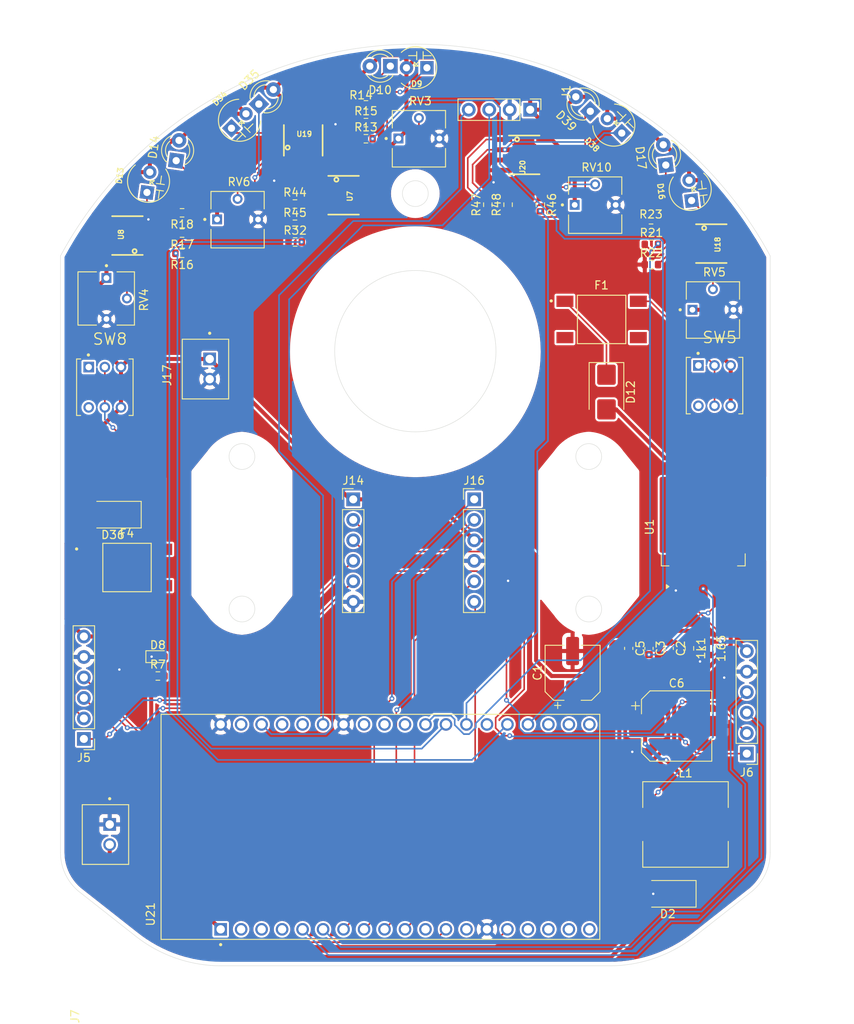
<source format=kicad_pcb>
(kicad_pcb (version 20240108) (generator "pcbnew") (generator_version "8.0")
  (layers (0 "F.Cu" signal) (31 "B.Cu" signal) (34 "B.Paste" user) (35 "F.Paste" user) (36 "B.SilkS" user "B.Silkscreen") (37 "F.SilkS" user "F.Silkscreen") (38 "B.Mask" user) (39 "F.Mask" user) (44 "Edge.Cuts" user))
  (net 0 "")
  (net 1 "GND")
  (net 2 "/FB")
  (net 3 "/3.3V")
  (net 4 "Net-(U1-VC)")
  (net 5 "/3.7V")
  (net 6 "Net-(D8-A)")
  (net 7 "Net-(D10-K)")
  (net 8 "/IO15")
  (net 9 "Net-(D12-K)")
  (net 10 "Net-(D14-K)")
  (net 11 "/IO16")
  (net 12 "Net-(D17-K)")
  (net 13 "/IO17")
  (net 14 "Net-(D35-K)")
  (net 15 "Net-(D36-K)")
  (net 16 "/IO18")
  (net 17 "Net-(D39-K)")
  (net 18 "/IO19")
  (net 19 "Net-(F1-Pad2)")
  (net 20 "Net-(F4-Pad2)")
  (net 21 "/IO4")
  (net 22 "/IO2")
  (net 23 "/IO13")
  (net 24 "/IO14")
  (net 25 "/M_A-")
  (net 26 "/M_B-")
  (net 27 "/M_B+")
  (net 28 "/M_A+")
  (net 29 "/IN1")
  (net 30 "/IN3")
  (net 31 "/IN4")
  (net 32 "/IN2")
  (net 33 "/VN")
  (net 34 "/5V_P")
  (net 35 "/SD3")
  (net 36 "/IO35")
  (net 37 "/SD2")
  (net 38 "/IO34")
  (net 39 "/VP")
  (net 40 "/11")
  (net 41 "/IO27")
  (net 42 "/IO12")
  (net 43 "/IO21")
  (net 44 "/EN")
  (net 45 "/IO22")
  (net 46 "Net-(R13-Pad1)")
  (net 47 "Net-(D9-K)")
  (net 48 "Net-(R16-Pad1)")
  (net 49 "Net-(D13-K)")
  (net 50 "Net-(R21-Pad1)")
  (net 51 "Net-(D16-K)")
  (net 52 "Net-(R32-Pad1)")
  (net 53 "Net-(D34-K)")
  (net 54 "Net-(R46-Pad1)")
  (net 55 "Net-(D38-K)")
  (net 56 "Net-(RV3-Pad2)")
  (net 57 "Net-(RV4-Pad2)")
  (net 58 "Net-(RV5-Pad2)")
  (net 59 "Net-(RV6-Pad2)")
  (net 60 "Net-(RV10-Pad2)")
  (net 61 "/TXD0")
  (net 62 "/SD0")
  (net 67 "Net-(D2-K)")
  (net 68 "/IO23")
  (net 69 "/CLK")
  (net 70 "/IO5")
  (net 71 "/RXD0")
  (net 72 "/IO0")
  (net 73 "/SD1")
  (footprint "LED_THT:LED_D3.0mm_IRBlack" (layer "F.Cu") (at 121.098439 43.301561 45)
    (property "Reference" "D35")
    (property "Value" "IR204A")
  )
  (footprint "abc:TRIM_3362P-1-253LF123" (layer "F.Cu") (at 140.9445 47.57)
    (property "Reference" "RV3")
    (property "Value" "R_Potentiometer")
  )
  (footprint "Resistor_SMD:R_0603_1608Metric" (layer "F.Cu") (at 149.49 55.775 90)
    (property "Reference" "R47")
    (property "Value" "10kΩ")
  )
  (footprint "abc:TRIM_3362P-1-253LF123" (layer "F.Cu") (at 162.8 55.8)
    (property "Reference" "RV10")
    (property "Value" "R_Potentiometer")
  )
  (footprint "Diode_SMD:D_SMB" (layer "F.Cu") (at 164.2 79 -90)
    (property "Reference" "D12")
    (property "Value" "SS34")
  )
  (footprint "Resistor_SMD:R_0603_1608Metric" (layer "F.Cu") (at 134.375 43.4)
    (property "Reference" "R14")
    (property "Value" "10kΩ")
  )
  (footprint "Resistor_SMD:R_0603_1608Metric" (layer "F.Cu") (at 125.6 60.4)
    (property "Reference" "R32")
    (property "Value" "200Ω")
  )
  (footprint "abc:TRIM_3362P-1-253LF123" (layer "F.Cu") (at 177.4 68.8)
    (property "Reference" "RV5")
    (property "Value" "R_Potentiometer")
  )
  (footprint "Package_TO_SOT_SMD:TO-263-5_TabPin3" (layer "F.Cu") (at 176.2 95.725 90)
    (property "Reference" "U1")
    (property "Value" "XL4015")
  )
  (footprint "Connector_PinHeader_2.54mm:PinHeader_1x06_P2.54mm_Vertical" (layer "F.Cu") (at 147.8 92.3)
    (property "Reference" "J16")
    (property "Value" "Conn_01x06_Pin")
  )
  (footprint "Resistor_SMD:R_0603_1608Metric" (layer "F.Cu") (at 111.575 61.8 180)
    (property "Reference" "R16")
    (property "Value" "200Ω")
  )
  (footprint "Resistor_SMD:R_0603_1608Metric" (layer "F.Cu") (at 169.775 63.2)
    (property "Reference" "R22")
    (property "Value" "10kΩ")
  )
  (footprint "Connector_PinHeader_2.54mm:PinHeader_1x06_P2.54mm_Vertical" (layer "F.Cu") (at 132.8 92.3)
    (property "Reference" "J14")
    (property "Value" "Conn_01x06_Pin")
  )
  (footprint "Resistor_SMD:R_0603_1608Metric" (layer "F.Cu") (at 111.575 59.29 180)
    (property "Reference" "R17")
    (property "Value" "10kΩ")
  )
  (footprint "1-1571563-4:LED2-2.54-D5.0MM" (layer "F.Cu") (at 165.2 46 135)
    (property "Reference" "D38")
    (property "Value" "D_Photo")
  )
  (footprint "Diode_SMD:D_SMA" (layer "F.Cu") (at 171.8 141.2 180)
    (property "Reference" "D2")
    (property "Value" "SS34")
  )
  (footprint "Resistor_SMD:R_0603_1608Metric" (layer "F.Cu") (at 134.375 45.6)
    (property "Reference" "R15")
    (property "Value" "100Ω")
  )
  (footprint "Resistor_SMD:R_0603_1608Metric" (layer "F.Cu") (at 134.375 47.6)
    (property "Reference" "R13")
    (property "Value" "200Ω")
  )
  (footprint "Resistor_SMD:R_0603_1608Metric" (layer "F.Cu") (at 125.575 58.2)
    (property "Reference" "R45")
    (property "Value" "100Ω")
  )
  (footprint "Resistor_SMD:R_0603_1608Metric" (layer "F.Cu") (at 125.575 55.69)
    (property "Reference" "R44")
    (property "Value" "10kΩ")
  )
  (footprint "Resistor_SMD:R_0603_1608Metric" (layer "F.Cu") (at 152 55.775 90)
    (property "Reference" "R48")
    (property "Value" "100Ω")
  )
  (footprint "LM358:SOIC8_150MIL" (layer "F.Cu") (at 154 49.6 -90)
    (property "Reference" "U20")
    (property "Value" "LM358")
  )
  (footprint "Diode_SMD:D_SMA" (layer "F.Cu") (at 103 94.2 180)
    (property "Reference" "D36")
    (property "Value" "SS14")
  )
  (footprint "LM358:SOIC8_150MIL" (layer "F.Cu") (at 177.2 60.6 -90)
    (property "Reference" "U18")
    (property "Value" "LM358")
  )
  (footprint "LM358:SOIC8_150MIL" (layer "F.Cu") (at 104.8 59.6 90)
    (property "Reference" "U8")
    (property "Value" "LM358")
  )
  (footprint "1-1571563-4:LED2-2.54-D5.0MM" (layer "F.Cu") (at 118.6 45.4 45)
    (property "Reference" "D34")
    (property "Value" "D_Photo")
  )
  (footprint "LED_THT:LED_D3.0mm_IRBlack" (layer "F.Cu") (at 171.555384 50.865497 97)
    (property "Reference" "D17")
    (property "Value" "IR204A")
  )
  (footprint "Resistor_SMD:R_0603_1608Metric" (layer "F.Cu") (at 108.575 114.2)
    (property "Reference" "R7")
    (property "Value" "5.1kΩ")
  )
  (footprint "LM358:SOIC8_150MIL" (layer "F.Cu") (at 126.6 47.8)
    (property "Reference" "U19")
    (property "Value" "LM358")
  )
  (footprint "abc:TRIM_3362P-1-253LF123" (layer "F.Cu") (at 102.2 67.4 -90)
    (property "Reference" "RV4")
    (property "Value" "R_Potentiometer")
  )
  (footprint "abc:TRIM_3362P-1-253LF123" (layer "F.Cu") (at 118.46 57.6)
    (property "Reference" "RV6")
    (property "Value" "R_Potentiometer")
  )
  (footprint "Capacitor_SMD:CP_Elec_8x10.5" (layer "F.Cu") (at 172.9 120.4)
    (property "Reference" "C6")
    (property "Value" "330uF")
  )
  (footprint "Inductor_SMD:L_10.4x10.4_H4.8" (layer "F.Cu") (at 174 132.6)
    (property "Reference" "L1")
    (property "Value" "47uH")
  )
  (footprint "LED_THT:LED_D3.0mm_IRBlack" (layer "F.Cu") (at 162.196051 44.196051 135)
    (property "Reference" "D39")
    (property "Value" "IR204A")
  )
  (footprint "1-1571563-4:SW_TL2230OAF140" (layer "F.Cu") (at 102 78.4)
    (property "Reference" "SW8")
    (property "Value" "SW_Push_DPDT")
  )
  (footprint "1-1571563-4:MODULE_ESP32-DEVKITC-32D" (layer "F.Cu") (at 136.12 132.9 90)
    (property "Reference" "U21")
    (property "Value" "ESP32-DEVKITC-32D")
  )
  (footprint "Connector_PinHeader_2.54mm:PinHeader_1x06_P2.54mm_Vertical" (layer "F.Cu") (at 99.4 122 180)
    (property "Reference" "J5")
    (property "Value" "Conn_01x06_Male")
  )
  (footprint "Capacitor_SMD:C_0603_1608Metric" (layer "F.Cu") (at 169.47 110.775 -90)
    (property "Reference" "C3")
    (property "Value" "1uF")
  )
  (footprint "LED_THT:LED_D3.0mm_IRBlack" (layer "F.Cu") (at 137.4 38.6 180)
    (property "Reference" "D10")
    (property "Value" "IR204A")
  )
  (footprint "1-1571563-4:LED2-2.54-D5.0MM" (layer "F.Cu") (at 107.4 53 82)
    (property "Reference" "D13")
    (property "Value" "D_Photo")
  )
  (footprint "1-1571563-4:SW_1-1571563-4" (layer "F.Cu") (at 163.6 70)
    (property "Reference" "F1")
    (property "Value" "Fuse")
  )
  (footprint "1-1571563-4:JST_B2B-XH-A_LF__SN_" (layer "F.Cu") (at 102.074999 133.85 90)
    (property "Reference" "J7")
    (property "Value" "B2B-XH-A_LF__SN_")
  )
  (footprint "LM358:SOIC8_150MIL" (layer "F.Cu") (at 131.6 54.6 -90)
    (property "Reference" "U7")
    (property "Value" "LM358")
  )
  (footprint "Resistor_SMD:R_0603_1608Metric" (layer "F.Cu") (at 177 110.775 -90)
    (property "Reference" "1.65")
    (property "Value" "R")
  )
  (footprint "Capacitor_SMD:CP_Elec_6.3x7.7" (layer "F.Cu") (at 160 113.8 90)
    (property "Reference" "C1")
    (property "Value" "220uF")
  )
  (footprint "1-1571563-4:LED2-2.54-D5.0MM" (layer "F.Cu") (at 174.6 54 97)
    (property "Reference" "D16")
    (property "Value" "D_Photo")
  )
  (footprint "Resistor_SMD:R_0603_1608Metric" (layer "F.Cu") (at 111.575 56.78 180)
    (property "Reference" "R18")
    (property "Value" "100Ω")
  )
  (footprint "LED_SMD:LED_0603_1608Metric" (layer "F.Cu") (at 108.575 111.8)
    (property "Reference" "D8")
    (property "Value" "LED")
  )
  (footprint "1-1571563-4:SW_1-1571563-4" (layer "F.Cu") (at 104.75 100.75)
    (property "Reference" "F4")
    (property "Value" "Fuse")
  )
  (footprint "Connector_PinHeader_2.54mm:PinHeader_1x04_P2.54mm_Vertical" (layer "F.Cu") (at 154.74 44 -90)
    (property "Reference" "J1")
    (property "Value" "Conn_01x04_Pin")
  )
  (footprint "Resistor_SMD:R_0603_1608Metric" (layer "F.Cu") (at 169.725 58.69)
    (property "Reference" "R23")
    (property "Value" "100Ω")
  )
  (footprint "Connector_PinHeader_2.54mm:PinHeader_1x06_P2.54mm_Vertical" (layer "F.Cu") (at 181.6 123.82 180)
    (property "Reference" "J6")
    (property "Value" "Conn_01x06_Male")
  )
  (footprint "LED_THT:LED_D3.0mm_IRBlack" (layer "F.Cu") (at 110.8465 50.315282 82)
    (property "Reference" "D14")
    (property "Value" "IR204A")
  )
  (footprint "Resistor_SMD:R_0603_1608Metric" (layer "F.Cu") (at 174.49 110.775 -90)
    (property "Reference" "1k1")
    (property "Value" "R")
  )
  (footprint "Capacitor_SMD:C_0603_1608Metric" (layer "F.Cu") (at 171.98 110.775 -90)
    (property "Reference" "C2")
    (property "Value" "1uF")
  )
  (footprint "1-1571563-4:LED2-2.54-D5.0MM" (layer "F.Cu") (at 140.6698 38.8 180)
    (property "Reference" "D9")
    (property "Value" "D_Photo")
  )
  (footprint "Resistor_SMD:R_0603_1608Metric" (layer "F.Cu") (at 169.775 60.69)
    (property "Reference" "R21")
    (property "Value" "200Ω")
  )
  (footprint "Capacitor_SMD:C_0603_1608Metric" (layer "F.Cu") (at 166.96 110.775 -90)
    (property "Reference" "C5")
    (property "Value" "1uF")
  )
  (footprint "Resistor_SMD:R_0603_1608Metric" (layer "F.Cu") (at 156 55.775 -90)
    (property "Reference" "R46")
    (property "Value" "200Ω")
  )
  (footprint "1-1571563-4:SW_TL2230OAF140" (layer "F.Cu") (at 177.6 78.2)
    (property "Reference" "SW5")
    (property "Value" "SW_Push_DPDT")
  )
  (footprint "1-1571563-4:JST_B2B-XH-A_LF__SN_" (layer "F.Cu") (at 114.475 76.15 90)
    (property "Reference" "J17")
    (property "Value" "B2B-XH-A_LF__SN_")
  )
  (gr_line (start 96.5 136.0825) (end 96.5 62.1245) (stroke (width 0.05)) (layer "Edge.Cuts"))
  (gr_circle (center 119 86.99405) (end 120.6 86.99405) (stroke (width 0.05)) (fill none) (layer "Edge.Cuts"))
  (gr_circle (center 119 105.89405) (end 120.6 105.89405) (stroke (width 0.05)) (fill none) (layer "Edge.Cuts"))
  (gr_arc (start 175.349557 146.313438) (mid 170.27604 149.144518) (end 164.5495 150.1255) (stroke (width 0.05)) (layer "Edge.Cuts"))
  (gr_arc (start 98.703059 140.849052) (mid 97.077402 138.708023) (end 96.5 136.0825) (stroke (width 0.05)) (layer "Edge.Cuts"))
  (gr_arc (start 116.4505 150.1255) (mid 110.72396 149.144518) (end 105.650443 146.313438) (stroke (width 0.05)) (layer "Edge.Cuts"))
  (gr_arc (start 96.500001 62.1245) (mid 114.882159 42.93514) (end 140.5 35.873876) (stroke (width 0.05)) (layer "Edge.Cuts"))
  (gr_arc (start 184.5 136.0825) (mid 183.922598 138.708023) (end 182.296941 140.849052) (stroke (width 0.05)) (layer "Edge.Cuts"))
  (gr_line (start 116.4505 150.1255) (end 164.5495 150.1255) (stroke (width 0.05)) (layer "Edge.Cuts"))
  (gr_circle (center 140.5 54.3995) (end 142.1 54.3995) (stroke (width 0.05)) (fill none) (layer "Edge.Cuts"))
  (gr_circle (center 140.5 73.9315) (end 150.5 73.9315) (stroke (width 0.05)) (fill none) (layer "Edge.Cuts"))
  (gr_line (start 184.5 136.0825) (end 184.5 62.1245) (stroke (width 0.05)) (layer "Edge.Cuts"))
  (gr_arc (start 140.5 35.873876) (mid 166.117841 42.93514) (end 184.499999 62.1245) (stroke (width 0.05)) (layer "Edge.Cuts"))
  (gr_circle (center 162 86.99405) (end 163.6 86.99405) (stroke (width 0.05)) (fill none) (layer "Edge.Cuts"))
  (gr_line (start 105.650443 146.313438) (end 98.703059 140.849052) (stroke (width 0.05)) (layer "Edge.Cuts"))
  (gr_circle (center 162 105.89405) (end 163.6 105.89405) (stroke (width 0.05)) (fill none) (layer "Edge.Cuts"))
  (gr_line (start 175.349557 146.313438) (end 182.296941 140.849052) (stroke (width 0.05)) (layer "Edge.Cuts"))
  (via (at 130.6 45.8) (size 0.6) (drill 0.3) (layers "F.Cu" "B.Cu") (net 1))
  (via (at 178.8 114.4) (size 0.6) (drill 0.3) (layers "F.Cu" "B.Cu") (net 1))
  (via (at 172.8 103.6) (size 0.6) (drill 0.3) (layers "F.Cu" "B.Cu") (net 1))
  (via (at 175.8 112.4) (size 0.6) (drill 0.3) (layers "F.Cu" "B.Cu") (net 1))
  (via (at 103.8 113.4) (size 0.6) (drill 0.3) (layers "F.Cu" "B.Cu") (net 1))
  (via (at 170 141.2) (size 0.6) (drill 0.3) (layers "F.Cu" "B.Cu") (net 1))
  (via (at 167.4 123.6) (size 0.6) (drill 0.3) (layers "F.Cu" "B.Cu") (net 1))
  (via (at 107.8 111.8) (size 0.6) (drill 0.3) (layers "F.Cu" "B.Cu") (net 1))
  (via (at 150.2 53) (size 0.6) (drill 0.3) (layers "F.Cu" "B.Cu") (net 1))
  (via (at 135.8 41.6) (size 0.6) (drill 0.3) (layers "F.Cu" "B.Cu") (net 1))
  (via (at 123 52.8) (size 0.6) (drill 0.3) (layers "F.Cu" "B.Cu") (net 1))
  (via (at 107.4 57.6) (size 0.6) (drill 0.3) (layers "F.Cu" "B.Cu") (net 1))
  (via (at 152 102.4) (size 0.6) (drill 0.3) (layers "F.Cu" "B.Cu") (net 1))
  (segment (start 178.95 110.198529) (end 178.95 109.55) (width 0.2) (layer "F.Cu") (net 2))
  (segment (start 177 111.6) (end 177.548529 111.6) (width 0.2) (layer "F.Cu") (net 2))
  (segment (start 174.5 105.1) (end 174.5 103.375) (width 0.2) (layer "F.Cu") (net 2))
  (segment (start 177.548529 111.6) (end 178.95 110.198529) (width 0.2) (layer "F.Cu") (net 2))
  (segment (start 175.35 109.95) (end 177 111.6) (width 0.2) (layer "F.Cu") (net 2))
  (segment (start 178.95 109.55) (end 174.5 105.1) (width 0.2) (layer "F.Cu") (net 2))
  (segment (start 174.49 109.95) (end 175.35 109.95) (width 0.2) (layer "F.Cu") (net 2))
  (segment (start 182 59.865) (end 180.83 58.695) (width 0.5) (layer "F.Cu") (net 3))
  (segment (start 124.695 43.30602) (end 122.89449 41.50551) (width 0.5) (layer "F.Cu") (net 3))
  (segment (start 115.4 44.502116) (end 119.497884 44.502116) (width 0.5) (layer "F.Cu") (net 3))
  (segment (start 122.89449 41.50551) (end 125 39.4) (width 0.5) (layer "F.Cu") (net 3))
  (segment (start 134.86 38.6) (end 134.86 38.58993) (width 0.5) (layer "F.Cu") (net 3))
  (segment (start 156.6 47.695) (end 157.4 47.695) (width 0.5) (layer "F.Cu") (net 3))
  (segment (start 164.8 116) (end 164.8 114.6) (width 0.5) (layer "F.Cu") (net 3))
  (segment (start 139.4 46.5745) (end 139.4 38.8) (width 0.5) (layer "F.Cu") (net 3))
  (segment (start 164.8 113.8) (end 164.8 113.4) (width 0.5) (layer "F.Cu") (net 3))
  (segment (start 157.4 47.695) (end 160.26 50.555) (width 0.5) (layer "F.Cu") (net 3))
  (segment (start 101 83.9) (end 104 80.9) (width 0.5) (layer "F.Cu") (net 3))
  (segment (start 174.445251 52.739665) (end 174.445251 51.332384) (width 0.5) (layer "F.Cu") (net 3))
  (segment (start 164.4 114.2) (end 164.8 113.8) (width 0.5) (layer "F.Cu") (net 3))
  (segment (start 115.92 45.022116) (end 115.4 44.502116) (width 0.5) (layer "F.Cu") (net 3))
  (segment (start 138.4045 47.57) (end 139.4 46.5745) (width 0.5) (layer "F.Cu") (net 3))
  (segment (start 154.74 44) (end 158.8 44) (width 0.5) (layer "F.Cu") (net 3))
  (segment (start 107.75 136.99) (end 116.36 145.6) (width 0.5) (layer "F.Cu") (net 3))
  (segment (start 165.2 110) (end 166.96 110) (width 0.5) (layer "F.Cu") (net 3))
  (segment (start 100.6 66.46) (end 100.6 72.5) (width 0.5) (layer "F.Cu") (net 3))
  (segment (start 177.8 73.9) (end 179.6 75.7) (width 0.5) (layer "F.Cu") (net 3))
  (segment (start 179.6 75.7) (end 179.6 80.7) (width 0.5) (layer "F.Cu") (net 3))
  (segment (start 175.65 108.6) (end 167.8 108.6) (width 0.5) (layer "F.Cu") (net 3))
  (segment (start 132.4 92.3) (end 115 74.9) (width 0.5) (layer "F.Cu") (net 3))
  (segment (start 107.6 114.2) (end 102.7 109.3) (width 0.5) (layer "F.Cu") (net 3))
  (segment (start 163.2 42.4) (end 164.302116 43.502116) (width 0.5) (layer "F.Cu") (net 3))
  (segment (start 119.497884 44.502116) (end 119.375647 44.379879) (width 0.5) (layer "F.Cu") (net 3))
  (segment (start 104 80.9) (end 104 81) (width 0.5) (layer "F.Cu") (net 3))
  (segment (start 124.695 45.2) (end 124.695 43.30602) (width 0.5) (layer "F.Cu") (net 3))
  (segment (start 164.8 112.6) (end 164.8 110.4) (width 0.5) (layer "F.Cu") (net 3))
  (segment (start 178.35 109.95) (end 177 109.95) (width 0.5) (layer "F.Cu") (net 3))
  (segment (start 119.375647 44.379879) (end 119.375647 44.375647) (width 0.5) (layer "F.Cu") (net 3))
  (segment (start 154.74 42.421408) (end 154.74 44) (width 0.5) (layer "F.Cu") (net 3))
  (segment (start 118.4 42.498391) (end 119.630636 41.267755) (width 0.5) (layer "F.Cu") (net 3))
  (segment (start 156.6 47.695) (end 156.6 45.86) (width 0.5) (layer "F.Cu") (net 3))
  (segment (start 134.86 38.58993) (end 136.19993 37.25) (width 0.5) (layer "F.Cu") (net 3))
  (segment (start 100.65 56.945) (end 100.65 60.985) (width 0.5) (layer "F.Cu") (net 3))
  (segment (start 104 75.9) (end 104 80.9) (width 0.5) (layer "F.Cu") (net 3))
  (segment (start 140.6755 37.5245) (end 149.843092 37.5245) (width 0.5) (layer "F.Cu") (net 3))
  (segment (start 97.25 97.75) (end 97.25 107.15) (width 0.5) (layer "F.Cu") (net 3))
  (segment (start 119.375647 44.375647) (end 118.4 43.4) (width 0.5) (layer "F.Cu") (net 3))
  (segment (start 105.852442 51.742558) (end 100.65 56.945) (width 0.5) (layer "F.Cu") (net 3))
  (segment (start 177 109.95) (end 175.65 108.6) (width 0.5) (layer "F.Cu") (net 3))
  (segment (start 142.72 92.3) (end 147.8 97.38) (width 0.5) (layer "F.Cu") (net 3))
  (segment (start 164.8 114.2) (end 164.8 113.8) (width 0.5) (layer "F.Cu") (net 3))
  (segment (start 134.06 39.4) (end 134.86 38.6) (width 0.5) (layer "F.Cu") (net 3))
  (segment (start 177.8 68.8) (end 182 64.6) (width 0.5) (layer "F.Cu") (net 3))
  (segment (start 182 64.6) (end 182 59.865) (width 0.5) (layer "F.Cu") (net 3))
  (segment (start 164.302116 43.502116) (end 164.302116 45.102116) (width 0.5) (layer "F.Cu") (net 3))
  (segment (start 174.445251 51.332384) (end 171.457295 48.344428) (width 0.5) (layer "F.Cu") (net 3))
  (segment (start 111.2 47.8) (end 114.497884 44.502116) (width 0.5) (layer "F.Cu") (net 3))
  (segment (start 164.8 114.6) (end 164.8 114.2) (width 0.5) (layer "F.Cu") (net 3))
  (segment (start 174.445251 52.739665) (end 175.612684 52.739665) (width 0.5) (layer "F.Cu") (net 3))
  (segment (start 171.457295 48.344428) (end 171.245835 48.344428) (width 0.5) (layer "F.Cu") (net 3))
  (segment (start 175.612684 52.739665) (end 179.8 56.926981) (width 0.5) (layer "F.Cu") (net 3))
  (segment (start 164.302116 45.102116) (end 168.003523 45.102116) (width 0.5) (layer "F.Cu") (net 3))
  (segment (start 102.2 64.86) (end 100.6 66.46) (width 0.5) (layer "F.Cu") (net 3))
  (segment (start 115 74.9) (end 105 74.9) (width 0.5) (layer "F.Cu") (net 3))
  (segment (start 160.26 50.555) (end 160.26 55.8) (width 0.5) (layer "F.Cu") (net 3))
  (segment (start 134.2 51.7745) (end 134.2 52.695) (width 0.5) (layer "F.Cu") (net 3))
  (segment (start 107.75 114.2) (end 107.75 136.99) (width 0.5) (layer "F.Cu") (net 3))
  (segment (start 174.86 68.8) (end 177.8 68.8) (width 0.5) (layer "F.Cu") (net 3))
  (segment (start 164.8 113.4) (end 164.8 112.6) (width 0.5) (layer "F.Cu") (net 3))
  (segment (start 107.576722 51.742558) (end 107.576722 50.575125) (width 0.5) (layer "F.Cu") (net 3))
  (segment (start 167.8 108.6) (end 166.96 109.44) (width 0.5) (layer "F.Cu") (net 3))
  (segment (start 114.497884 44.502116) (end 115.4 44.502116) (width 0.5) (layer "F.Cu") (net 3))
  (segment (start 178.15 131.15) (end 171.6 124.6) (width 0.5) (layer "F.Cu") (net 3))
  (segment (start 107.576722 50.575125) (end 110.351847 47.8) (width 0.5) (layer "F.Cu") (net 3))
  (segment (start 102.2 61.505) (end 102.2 64.86) (width 0.5) (layer "F.Cu") (net 3))
  (segment (start 132.8 92.3) (end 142.72 92.3) (width 0.5) (layer "F.Cu") (net 3))
  (segment (start 122.656735 41.267755) (end 122.89449 41.50551) (width 0.5) (layer "F.Cu") (net 3))
  (segment (start 138.4045 47.57) (end 134.2 51.7745) (width 0.5) (layer "F.Cu") (net 3))
  (segment (start 101 94.2) (end 101 83.9) (width 0.5) (layer "F.Cu") (net 3))
  (segment (start 178.15 132.6) (end 178.15 131.15) (width 0.5) (layer "F.Cu") (net 3))
  (segment (start 164.4 114.2) (end 164.8 114.2) (width 0.5) (layer "F.Cu") (net 3))
  (segment (start 101 94.2) (end 100.8 94.2) (width 0.5) (layer "F.Cu") (net 3))
  (segment (start 102.7 109.3) (end 99.4 109.3) (width 0.5) (layer "F.Cu") (net 3))
  (segment (start 105 74.9) (end 104 75.9) (width 0.5) (layer "F.Cu") (net 3))
  (segment (start 155.475 99.275) (end 155.475 112.275) (width 0.5) (layer "F.Cu") (net 3))
  (segment (start 100.6 72.5) (end 104 75.9) (width 0.5) (layer "F.Cu") (net 3))
  (segment (start 138.85 37.25) (end 139.4 37.8) (width 0.5) (layer "F.Cu") (net 3))
  (segment (start 147.8 97.38) (end 153.58 97.38) (width 0.5) (layer "F.Cu") (net 3))
  (segment (start 160.4 42.4) (end 163.2 42.4) (width 0.5) (layer "F.Cu") (net 3))
  (segment (start 139.4 38.8) (end 140.6755 37.5245) (width 0.5) (layer "F.Cu") (net 3))
  (segment (start 164.8 110.4) (end 165.2 110) (width 0.5) (layer "F.Cu") (net 3))
  (segment (start 118.4 43.4) (end 118.4 42.498391) (width 0.5) (layer "F.Cu") (net 3))
  (segment (start 101.17 61.505) (end 102.2 61.505) (width 0.5) (layer "F.Cu") (net 3))
  (segment (start 158.8 44) (end 160.4 42.4) (width 0.5) (layer "F.Cu") (net 3))
  (segment (start 180.83 58.695) (end 179.8 58.695) (width 0.5) (layer "F.Cu") (net 3))
  (segment (start 110.351847 47.8) (end 111.2 47.8) (width 0.5) (layer "F.Cu") (net 3))
  (segment (start 119.630636 41.267755) (end 122.656735 41.267755) (width 0.5) (layer "F.Cu") (net 3))
  (segment (start 169 120.6) (end 169.2 120.4) (width 0.5) (layer "F.Cu") (net 3))
  (segment (start 153.58 97.38) (end 155.475 99.275) (width 0.5) (layer "F.Cu") (net 3))
  (segment (start 164.4 114.2) (end 164.8 114.6) (width 0.5) (layer "F.Cu") (net 3))
  (segment (start 107.576722 51.742558) (end 105.852442 51.742558) (width 0.5) (layer "F.Cu") (net 3))
  (segment (start 115.92 57.6) (end 115.92 45.022116) (width 0.5) (layer "F.Cu") (net 3))
  (segment (start 157.4 114.2) (end 164.4 114.2) (width 0.5) (layer "F.Cu") (net 3))
  (segment (start 125 39.4) (end 134.06 39.4) (width 0.5) (layer "F.Cu") (net 3))
  (segment (start 168.003523 45.102116) (end 171.245835 48.344428) (width 0.5) (layer "F.Cu") (net 3))
  (segment (start 169.2 120.4) (end 164.8 116) (width 0.5) (layer "F.Cu") (net 3))
  (segment (start 179.8 56.926981) (end 179.8 58.695) (width 0.5) (layer "F.Cu") (net 3))
  (segment (start 100.8 94.2) (end 97.25 97.75) (width 0.5) (layer "F.Cu") (net 3))
  (segment (start 155.475 112.275) (end 157.4 114.2) (width 0.5) (layer "F.Cu") (net 3))
  (segment (start 166.96 109.44) (end 166.96 110) (width 0.5) (layer "F.Cu") (net 3))
  (segment (start 107.75 114.2) (end 107.6 114.2) (width 0.5) (layer "F.Cu") (net 3))
  (segment (start 97.25 107.15) (end 99.4 109.3) (width 0.5) (layer "F.Cu") (net 3))
  (segment (start 149.843092 37.5245) (end 154.74 42.421408) (width 0.5) (layer "F.Cu") (net 3))
  (segment (start 177.8 68.8) (end 177.8 73.9) (width 0.5) (layer "F.Cu") (net 3))
  (segment (start 156.6 45.86) (end 154.74 44) (width 0.5) (layer "F.Cu") (net 3))
  (segment (start 132.8 92.3) (end 132.4 92.3) (width 0.5) (layer "F.Cu") (net 3))
  (segment (start 169 122.6) (end 169 120.6) (width 0.5) (layer "F.Cu") (net 3))
  (segment (start 136.19993 37.25) (end 138.85 37.25) (width 0.5) (layer "F.Cu") (net 3))
  (segment (start 100.65 60.985) (end 101.17 61.505) (width 0.5) (layer "F.Cu") (net 3))
  (segment (start 139.4 37.8) (end 139.4 38.8) (width 0.5) (layer "F.Cu") (net 3))
  (via (at 169 122.6) (size 0.6) (drill 0.3) (layers "F.Cu" "B.Cu") (net 3))
  (via (at 178.35 109.95) (size 0.6) (drill 0.3) (layers "F.Cu" "B.Cu") (net 3))
  (via (at 171.6 124.6) (size 0.6) (drill 0.3) (layers "F.Cu" "B.Cu") (net 3))
  (segment (start 171 124.6) (end 169 122.6) (width 0.5) (layer "B.Cu") (net 3))
  (segment (start 178.35 109.95) (end 180.43 109.95) (width 0.5) (layer "B.Cu") (net 3))
  (segment (start 180.43 109.95) (end 181.6 111.12) (width 0.5) (layer "B.Cu") (net 3))
  (segment (start 171.6 124.6) (end 171 124.6) (width 0.5) (layer "B.Cu") (net 3))
  (segment (start 177.9 105.3) (end 176.8 106.4) (width 0.2) (layer "F.Cu") (net 4))
  (segment (start 177.9 103.375) (end 177.9 105.3) (width 0.2) (layer "F.Cu") (net 4))
  (via (at 176.8 106.4) (size 0.6) (drill 0.3) (layers "F.Cu" "B.Cu") (net 4))
  (via (at 169.47 111.55) (size 0.6) (drill 0.3) (layers "F.Cu" "B.Cu") (net 4))
  (segment (start 176.8 106.4) (end 176 106.4) (width 0.2) (layer "B.Cu") (net 4))
  (segment (start 170.85 111.55) (end 169.47 111.55) (width 0.2) (layer "B.Cu") (net 4))
  (segment (start 176 106.4) (end 170.85 111.55) (width 0.2) (layer "B.Cu") (net 4))
  (segment (start 165.8 124.45) (end 165.8 120.6) (width 0.5) (layer "F.Cu") (net 5))
  (segment (start 180.8 87.2) (end 183.4 89.8) (width 0.5) (layer "F.Cu") (net 5))
  (segment (start 183.4 89.8) (end 183.4 99.575) (width 0.5) (layer "F.Cu") (net 5))
  (segment (start 172.6 115.8) (end 172.2 115.4) (width 0.5) (layer "F.Cu") (net 5))
  (segment (start 171 123.6) (end 171.8 123.6) (width 0.5) (layer "F.Cu") (net 5))
  (segment (start 167.2 125.85) (end 165.8 124.45) (width 0.5) (layer "F.Cu") (net 5))
  (segment (start 112.976865 149) (end 164.8 149) (width 0.5) (layer "F.Cu") (net 5))
  (segment (start 173.4 112.6) (end 173.4 110.6) (width 0.5) (layer "F.Cu") (net 5))
  (segment (start 167.2 127.4) (end 171 123.6) (width 0.5) (layer "F.Cu") (net 5))
  (segment (start 172.8 110) (end 171.98 110) (width 0.5) (layer "F.Cu") (net 5))
  (segment (start 167.2 127.4) (end 167.2 125.85) (width 0.5) (layer "F.Cu") (net 5))
  (segment (start 165.4 81.15) (end 171.45 87.2) (width 0.5) (layer "F.Cu") (net 5))
  (segment (start 171.45 87.2) (end 180.8 87.2) (width 0.5) (layer "F.Cu") (net 5))
  (segment (start 173.4 110.6) (end 172.8 110) (width 0.5) (layer "F.Cu") (net 5))
  (segment (start 171.98 110) (end 169.47 110) (width 0.5) (layer "F.Cu") (net 5))
  (segment (start 168.4 111.07) (end 169.47 110) (width 0.5) (layer "F.Cu") (net 5))
  (segment (start 169 115.4) (end 168.4 114.8) (width 0.5) (layer "F.Cu") (net 5))
  (segment (start 165.8 120.6) (end 161.7 116.5) (width 0.5) (layer "F.Cu") (net 5))
  (segment (start 179.6 110.39978) (end 176.59978 113.4) (width 0.5) (layer "F.Cu") (net 5))
  (segment (start 168.4 114.8) (end 168.4 111.07) (width 0.5) (layer "F.Cu") (net 5))
  (segment (start 102.6 135.1) (end 102.6 138.623135) (width 0.5) (layer "F.Cu") (net 5))
  (segment (start 172.2 115.4) (end 169 115.4) (width 0.5) (layer "F.Cu") (net 5))
  (segment (start 161.7 116.5) (end 160 116.5) (width 0.5) (layer "F.Cu") (net 5))
  (segment (start 176.59978 113.4) (end 174.2 113.4) (width 0.5) (layer "F.Cu") (net 5))
  (segment (start 164.2 81.15) (end 165.4 81.15) (width 0.5) (layer "F.Cu") (net 5))
  (segment (start 167.2 146.6) (end 167.2 127.4) (width 0.5) (layer "F.Cu") (net 5))
  (segment (start 172.6 122.8) (end 172.6 115.8) (width 0.5) (layer "F.Cu") (net 5))
  (segment (start 164.8 149) (end 167.2 146.6) (width 0.5) (layer "F.Cu") (net 5))
  (segment (start 183.4 99.575) (end 179.6 103.375) (width 0.5) (layer "F.Cu") (net 5))
  (segment (start 171.8 123.6) (end 172.6 122.8) (width 0.5) (layer "F.Cu") (net 5))
  (segment (start 102.6 138.623135) (end 112.976865 149) (width 0.5) (layer "F.Cu") (net 5))
  (segment (start 174.2 113.4) (end 173.4 112.6) (width 0.5) (layer "F.Cu") (net 5))
  (segment (start 179.6 103.375) (end 179.6 110.39978) (width 0.5) (layer "F.Cu") (net 5))
  (segment (start 109.3625 114.1625) (end 109.4 114.2) (width 0.2) (layer "F.Cu") (net 6))
  (segment (start 109.3625 111.8) (end 109.3625 114.1625) (width 0.2) (layer "F.Cu") (net 6))
  (segment (start 131.6 44.4) (end 131.6 41.8) (width 0.2) (layer "F.Cu") (net 7))
  (segment (start 133.55 45.6) (end 132.8 45.6) (width 0.2) (layer "F.Cu") (net 7))
  (segment (start 131.6 41.8) (end 132 41.4) (width 0.2) (layer "F.Cu") (net 7))
  (segment (start 132.8 45.6) (end 131.6 44.4) (width 0.2) (layer "F.Cu") (net 7))
  (segment (start 134.6 41.4) (end 137.4 38.6) (width 0.2) (layer "F.Cu") (net 7))
  (segment (start 132 41.4) (end 134.6 41.4) (width 0.2) (layer "F.Cu") (net 7))
  (via (at 135.2 47.6) (size 0.6) (drill 0.3) (layers "F.Cu" "B.Cu") (net 8))
  (segment (start 171.2 103.46) (end 154.46 120.2) (width 0.2) (layer "B.Cu") (net 8))
  (segment (start 151 50.721471) (end 158 57.721471) (width 0.2) (layer "B.Cu") (net 8))
  (segment (start 158 57.721471) (end 158 59) (width 0.2) (layer "B.Cu") (net 8))
  (segment (start 158 59) (end 159 60) (width 0.2) (layer "B.Cu") (net 8))
  (segment (start 135.2 47.6) (end 139.95 42.85) (width 0.2) (layer "B.Cu") (net 8))
  (segment (start 139.95 42.85) (end 150.136346 42.85) (width 0.2) (layer "B.Cu") (net 8))
  (segment (start 151 43.713654) (end 151 50.721471) (width 0.2) (layer "B.Cu") (net 8))
  (segment (start 150.136346 42.85) (end 151 43.713654) (width 0.2) (layer "B.Cu") (net 8))
  (segment (start 171.2 60.351471) (end 171.2 103.46) (width 0.2) (layer "B.Cu") (net 8))
  (segment (start 170.848529 60) (end 171.2 60.351471) (width 0.2) (layer "B.Cu") (net 8))
  (segment (start 159 60) (end 170.848529 60) (width 0.2) (layer "B.Cu") (net 8))
  (segment (start 164.2 72.9) (end 164.2 76.85) (width 0.2) (layer "F.Cu") (net 9))
  (segment (start 159.05 67.75) (end 164.2 72.9) (width 0.2) (layer "F.Cu") (net 9))
  (segment (start 113.2 52.668782) (end 113.2 55.98) (width 0.2) (layer "F.Cu") (net 10))
  (segment (start 113.2 55.98) (end 112.4 56.78) (width 0.2) (layer "F.Cu") (net 10))
  (segment (start 110.8465 50.315282) (end 113.2 52.668782) (width 0.2) (layer "F.Cu") (net 10))
  (via (at 110.8 61.8) (size 0.6) (drill 0.3) (layers "F.Cu" "B.Cu") (net 11))
  (segment (start 141.3 123.2) (end 144.3 120.2) (width 0.2) (layer "B.Cu") (net 11))
  (segment (start 111 62) (end 111 119) (width 0.2) (layer "B.Cu") (net 11))
  (segment (start 111 119) (end 115.2 123.2) (width 0.2) (layer "B.Cu") (net 11))
  (segment (start 110.8 61.8) (end 111 62) (width 0.2) (layer "B.Cu") (net 11))
  (segment (start 115.2 123.2) (end 141.3 123.2) (width 0.2) (layer "B.Cu") (net 11))
  (segment (start 171.555384 50.865497) (end 171.555384 52.044616) (width 0.2) (layer "F.Cu") (net 12))
  (segment (start 168.9 54.7) (end 168.9 58.69) (width 0.2) (layer "F.Cu") (net 12))
  (segment (start 171.555384 52.044616) (end 168.9 54.7) (width 0.2) (layer "F.Cu") (net 12))
  (via (at 170.6 60.6) (size 0.6) (drill 0.3) (layers "F.Cu" "B.Cu") (net 13))
  (segment (start 148 120.567351) (end 147.167351 121.4) (width 0.2) (layer "B.Cu") (net 13))
  (segment (start 169.6 103.650668) (end 161 112.250668) (width 0.2) (layer "B.Cu") (net 13))
  (segment (start 155.801981 112.250668) (end 148 120.052649) (width 0.2) (layer "B.Cu") (net 13))
  (segment (start 147.167351 121.4) (end 146.512649 121.4) (width 0.2) (layer "B.Cu") (net 13))
  (segment (start 170.6 60.6) (end 169.6 61.6) (width 0.2) (layer "B.Cu") (net 13))
  (segment (start 144.92 119.12) (end 142.84 119.12) (width 0.2) (layer "B.Cu") (net 13))
  (segment (start 145.38 119.58) (end 144.92 119.12) (width 0.2) (layer "B.Cu") (net 13))
  (segment (start 161 112.250668) (end 155.801981 112.250668) (width 0.2) (layer "B.Cu") (net 13))
  (segment (start 146.512649 121.4) (end 145.38 120.267351) (width 0.2) (layer "B.Cu") (net 13))
  (segment (start 148 120.052649) (end 148 120.567351) (width 0.2) (layer "B.Cu") (net 13))
  (segment (start 169.6 61.6) (end 169.6 103.650668) (width 0.2) (layer "B.Cu") (net 13))
  (segment (start 145.38 120.267351) (end 145.38 119.58) (width 0.2) (layer "B.Cu") (net 13))
  (segment (start 142.84 119.12) (end 141.76 120.2) (width 0.2) (layer "B.Cu") (net 13))
  (segment (start 124.75 58.2) (end 120.6 54.05) (width 0.2) (layer "F.Cu") (net 14))
  (segment (start 120.6 54.05) (end 120.6 52.4) (width 0.2) (layer "F.Cu") (net 14))
  (via (at 120.6 52.4) (size 0.6) (drill 0.3) (layers "F.Cu" "B.Cu") (net 14))
  (segment (start 120.6 52.4) (end 121.098439 51.901561) (width 0.2) (layer "B.Cu") (net 14))
  (segment (start 121.098439 51.901561) (end 121.098439 43.301561) (width 0.2) (layer "B.Cu") (net 14))
  (segment (start 104.5 94.2) (end 100.2 98.5) (width 0.2) (layer "F.Cu") (net 15))
  (segment (start 105 94.2) (end 104.5 94.2) (width 0.2) (layer "F.Cu") (net 15))
  (segment (start 152.7 57.3) (end 152 56.6) (width 0.2) (layer "F.Cu") (net 17))
  (segment (start 161.559655 44.832447) (end 161.559655 56.240345) (width 0.2) (layer "F.Cu") (net 17))
  (segment (start 162.196051 44.196051) (end 161.559655 44.832447) (width 0.2) (layer "F.Cu") (net 17))
  (segment (start 160.5 57.3) (end 152.7 57.3) (width 0.2) (layer "F.Cu") (net 17))
  (segment (start 161.559655 56.240345) (end 160.5 57.3) (width 0.2) (layer "F.Cu") (net 17))
  (segment (start 177.6 75.7) (end 177.6 80.7) (width 0.2) (layer "F.Cu") (net 19))
  (segment (start 169.65 67.75) (end 177.6 75.7) (width 0.2) (layer "F.Cu") (net 19))
  (segment (start 168.15 67.75) (end 169.65 67.75) (width 0.2) (layer "F.Cu") (net 19))
  (segment (start 109.3 98.5) (end 109.3 89.7) (width 0.2) (layer "F.Cu") (net 20))
  (segment (start 109.3 89.7) (end 103 83.4) (width 0.2) (layer "F.Cu") (net 20))
  (segment (start 102 75.9) (end 102 80.9) (width 0.2) (layer "F.Cu") (net 20))
  (via (at 103 83.4) (size 0.6) (drill 0.3) (layers "F.Cu" "B.Cu") (net 20))
  (segment (start 102 82.4) (end 102 80.9) (width 0.2) (layer "B.Cu") (net 20))
  (segment (start 103 83.4) (end 102 82.4) (width 0.2) (layer "B.Cu") (net 20))
  (via (at 155.98 56.55) (size 0.6) (drill 0.3) (layers "F.Cu" "B.Cu") (net 21))
  (segment (start 155.625 86.375) (end 155.625 108.775) (width 0.2) (layer "B.Cu") (net 21))
  (segment (start 155.98 56.55) (end 156.156727 56.726727) (width 0.2) (layer "B.Cu") (net 21))
  (segment (start 155.98 56.55) (end 156.947161 57.517161) (width 0.2) (layer "B.Cu") (net 21))
  (segment (start 155.625 108.775) (end 146.84 117.56) (width 0.2) (layer "B.Cu") (net 21))
  (segment (start 156.947161 57.517161) (end 156.947161 85.052839) (width 0.2) (layer "B.Cu") (net 21))
  (segment (start 156.947161 85.052839) (end 155.625 86.375) (width 0.2) (layer "B.Cu") (net 21))
  (segment (start 146.84 117.56) (end 146.84 120.2) (width 0.2) (layer "B.Cu") (net 21))
  (via (at 126.4 60.4) (size 0.6) (drill 0.3) (layers "F.Cu" "B.Cu") (net 22))
  (segment (start 126.4 60.4) (end 111.351471 60.4) (width 0.2) (layer "B.Cu") (net 22))
  (segment (start 110 118.565686) (end 116.034314 124.6) (width 0.2) (layer "B.Cu") (net 22))
  (segment (start 110 61.751471) (end 110 118.565686) (width 0.2) (layer "B.Cu") (net 22))
  (segment (start 111.351471 60.4) (end 110 61.751471) (width 0.2) (layer "B.Cu") (net 22))
  (segment (start 147.52 124.6) (end 151.92 120.2) (width 0.2) (layer "B.Cu") (net 22))
  (segment (start 116.034314 124.6) (end 147.52 124.6) (width 0.2) (layer "B.Cu") (net 22))
  (segment (start 106.8 124.32) (end 106.8 138.765686) (width 0.2) (layer "F.Cu") (net 23))
  (segment (start 150.32 147.2) (end 151.92 145.6) (width 0.2) (layer "F.Cu") (net 23))
  (segment (start 115.234314 147.2) (end 150.32 147.2) (width 0.2) (layer "F.Cu") (net 23))
  (segment (start 99.4 116.92) (end 106.8 124.32) (width 0.2) (layer "F.Cu") (net 23))
  (segment (start 106.8 138.765686) (end 115.234314 147.2) (width 0.2) (layer "F.Cu") (net 23))
  (segment (start 107.2 138.6) (end 115.4 146.8) (width 0.2) (layer "F.Cu") (net 24))
  (segment (start 99.4 114.38) (end 107.2 122.18) (width 0.2) (layer "F.Cu") (net 24))
  (segment (start 115.4 146.8) (end 143.1 146.8) (width 0.2) (layer "F.Cu") (net 24))
  (segment (start 143.1 146.8) (end 144.3 145.6) (width 0.2) (layer "F.Cu") (net 24))
  (segment (start 107.2 122.18) (end 107.2 138.6) (width 0.2) (layer "F.Cu") (net 24))
  (segment (start 181.6 121.28) (end 177.72 117.4) (width 0.2) (layer "F.Cu") (net 25))
  (segment (start 177.72 117.4) (end 173.6 117.4) (width 0.2) (layer "F.Cu") (net 25))
  (segment (start 148.166346 101.2) (end 136.62 101.2) (width 0.2) (layer "F.Cu") (net 25))
  (segment (start 151.8 104.833654) (end 148.166346 101.2) (width 0.2) (layer "F.Cu") (net 25))
  (segment (start 151.8 117.2) (end 151.8 104.833654) (width 0.2) (layer "F.Cu") (net 25))
  (segment (start 136.62 101.2) (end 132.8 97.38) (width 0.2) (layer "F.Cu") (net 25))
  (via (at 173.6 117.4) (size 0.6) (drill 0.3) (layers "F.Cu" "B.Cu") (net 25))
  (via (at 151.8 117.2) (size 0.6) (drill 0.3) (layers "F.Cu" "B.Cu") (net 25))
  (segment (start 154.012649 121.28) (end 153.38 120.647351) (width 0.2) (layer "B.Cu") (net 25))
  (segment (start 153.38 120.647351) (end 153.38 118.78) (width 0.2) (layer "B.Cu") (net 25))
  (segment (start 169.72 121.28) (end 154.012649 121.28) (width 0.2) (layer "B.Cu") (net 25))
  (segment (start 153.38 118.78) (end 151.8 117.2) (width 0.2) (layer "B.Cu") (net 25))
  (segment (start 173.6 117.4) (end 169.72 121.28) (width 0.2) (layer "B.Cu") (net 25))
  (segment (start 98.25 118.31) (end 98.25 116.443654) (width 0.2) (layer "F.Cu") (net 26))
  (segment (start 98.923654 115.77) (end 99.94147 115.77) (width 0.2) (layer "F.Cu") (net 26))
  (segment (start 99.4 119.46) (end 98.25 118.31) (width 0.2) (layer "F.Cu") (net 26))
  (segment (start 117.06 118.2) (end 132.8 102.46) (width 0.2) (layer "F.Cu") (net 26))
  (segment (start 99.94147 115.77) (end 104.785735 120.614265) (width 0.2) (layer "F.Cu") (net 26))
  (segment (start 98.25 116.443654) (end 98.923654 115.77) (width 0.2) (layer "F.Cu") (net 26))
  (segment (start 109.2 118.2) (end 117.06 118.2) (width 0.2) (layer "F.Cu") (net 26))
  (via (at 104.785735 120.614265) (size 0.6) (drill 0.3) (layers "F.Cu" "B.Cu") (net 26))
  (via (at 109.2 118.2) (size 0.6) (drill 0.3) (layers "F.Cu" "B.Cu") (net 26))
  (segment (start 104.785735 120.614265) (end 106.385735 120.614265) (width 0.2) (layer "B.Cu") (net 26))
  (segment (start 108.8 118.2) (end 109.2 118.2) (width 0.2) (layer "B.Cu") (net 26))
  (segment (start 106.385735 120.614265) (end 108.8 118.2) (width 0.2) (layer "B.Cu") (net 26))
  (segment (start 108.8 117.2) (end 115.52 117.2) (width 0.2) (layer "F.Cu") (net 27))
  (segment (start 115.52 117.2) (end 132.8 99.92) (width 0.2) (layer "F.Cu") (net 27))
  (segment (start 102 122) (end 102.6 121.4) (width 0.2) (layer "F.Cu") (net 27))
  (segment (start 99.4 122) (end 102 122) (width 0.2) (layer "F.Cu") (net 27))
  (via (at 108.8 117.2) (size 0.6) (drill 0.3) (layers "F.Cu" "B.Cu") (net 27))
  (via (at 102.6 121.4) (size 0.6) (drill 0.3) (layers "F.Cu" "B.Cu") (net 27))
  (segment (start 102.6 121.4) (end 106.8 117.2) (width 0.2) (layer "B.Cu") (net 27))
  (segment (start 106.8 117.2) (end 108.8 117.2) (width 0.2) (layer "B.Cu") (net 27))
  (segment (start 150.97 98.77) (end 136.73 98.77) (width 0.2) (layer "F.Cu") (net 28))
  (segment (start 151.412649 121.6) (end 150.46 120.647351) (width 0.2) (layer "F.Cu") (net 28))
  (segment (start 181.6 123.82) (end 175.42 123.82) (width 0.2) (layer "F.Cu") (net 28))
  (segment (start 150.46 120.647351) (end 150.46 119.388529) (width 0.2) (layer "F.Cu") (net 28))
  (segment (start 154 101.8) (end 150.97 98.77) (width 0.2) (layer "F.Cu") (net 28))
  (segment (start 152.2 121.6) (end 151.412649 121.6) (width 0.2) (layer "F.Cu") (net 28))
  (segment (start 154 115.848529) (end 154 101.8) (width 0.2) (layer "F.Cu") (net 28))
  (segment (start 150.46 119.388529) (end 154 115.848529) (width 0.2) (layer "F.Cu") (net 28))
  (segment (start 136.73 98.77) (end 132.8 94.84) (width 0.2) (layer "F.Cu") (net 28))
  (segment (start 175.42 123.82) (end 174 122.4) (width 0.2) (layer "F.Cu") (net 28))
  (via (at 174 122.4) (size 0.6) (drill 0.3) (layers "F.Cu" "B.Cu") (net 28))
  (via (at 152.2 121.6) (size 0.6) (drill 0.3) (layers "F.Cu" "B.Cu") (net 28))
  (segment (start 152.28 121.68) (end 152.2 121.6) (width 0.2) (layer "B.Cu") (net 28))
  (segment (start 173.28 121.68) (end 152.28 121.68) (width 0.2) (layer "B.Cu") (net 28))
  (segment (start 174 122.4) (end 173.28 121.68) (width 0.2) (layer "B.Cu") (net 28))
  (segment (start 137.6 117) (end 135.4 119.2) (width 0.2) (layer "F.Cu") (net 29))
  (segment (start 135.4 141.8) (end 131.6 145.6) (width 0.2) (layer "F.Cu") (net 29))
  (segment (start 135.4 119.2) (end 135.4 141.8) (width 0.2) (layer "F.Cu") (net 29))
  (via (at 137.6 117) (size 0.6) (drill 0.3) (layers "F.Cu" "B.Cu") (net 29))
  (segment (start 137.6 102.5) (end 137.6 117) (width 0.2) (layer "B.Cu") (net 29))
  (segment (start 147.8 92.3) (end 137.6 102.5) (width 0.2) (layer "B.Cu") (net 29))
  (segment (start 140.4 109.86) (end 140.4 141.88) (width 0.2) (layer "F.Cu") (net 30))
  (segment (start 140.4 141.88) (end 136.68 145.6) (width 0.2) (layer "F.Cu") (net 30))
  (segment (start 147.8 102.46) (end 140.4 109.86) (width 0.2) (layer "F.Cu") (net 30))
  (segment (start 147.92 136.9) (end 139.22 145.6) (width 0.2) (layer "F.Cu") (net 31))
  (segment (start 147.92 105.12) (end 147.92 136.9) (width 0.2) (layer "F.Cu") (net 31))
  (segment (start 147.8 105) (end 147.92 105.12) (width 0.2) (layer "F.Cu") (net 31))
  (segment (start 138.2 118.4) (end 138.14 118.46) (width 0.2) (layer "F.Cu") (net 32))
  (segment (start 138.14 118.46) (end 138.14 141.6) (width 0.2) (layer "F.Cu") (net 32))
  (segment (start 138.14 141.6) (end 134.14 145.6) (width 0.2) (layer "F.Cu") (net 32))
  (via (at 138.2 118.4) (size 0.6) (drill 0.3) (layers "F.Cu" "B.Cu") (net 32))
  (segment (start 147.8 94.84) (end 140.3 102.34) (width 0.2) (layer "B.Cu") (net 32))
  (segment (start 140.3 116.3) (end 138.2 118.4) (width 0.2) (layer "B.Cu") (net 32))
  (segment (start 140.3 102.34) (end 140.3 116.3) (width 0.2) (layer "B.Cu") (net 32))
  (segment (start 179.6 125.8) (end 181.4 127.6) (width 0.2) (layer "B.Cu") (net 36))
  (segment (start 181.4 138) (end 176 143.4) (width 0.2) (layer "B.Cu") (net 36))
  (segment (start 171.6 143.4) (end 167.2 147.8) (width 0.2) (layer "B.Cu") (net 36))
  (segment (start 181.6 116.2) (end 179.6 118.2) (width 0.2) (layer "B.Cu") (net 36))
  (segment (start 179.6 118.2) (end 179.6 125.8) (width 0.2) (layer "B.Cu") (net 36))
  (segment (start 181.4 127.6) (end 181.4 138) (width 0.2) (layer "B.Cu") (net 36))
  (segment (start 176 143.4) (end 171.6 143.4) (width 0.2) (layer "B.Cu") (net 36))
  (segment (start 167.2 147.8) (end 131.26 147.8) (width 0.2) (layer "B.Cu") (net 36))
  (segment (start 131.26 147.8) (end 129.06 145.6) (width 0.2) (layer "B.Cu") (net 36))
  (segment (start 168 148.8) (end 129.72 148.8) (width 0.2) (layer "B.Cu") (net 38))
  (segment (start 175.6 144.6) (end 172.2 144.6) (width 0.2) (layer "B.Cu") (net 38))
  (segment (start 183.4 136.8) (end 175.6 144.6) (width 0.2) (layer "B.Cu") (net 38))
  (segment (start 129.72 148.8) (end 126.52 145.6) (width 0.2) (layer "B.Cu") (net 38))
  (segment (start 172.2 144.6) (end 168 148.8) (width 0.2) (layer "B.Cu") (net 38))
  (segment (start 183.4 120.54) (end 183.4 136.8) (width 0.2) (layer "B.Cu") (net 38))
  (segment (start 181.6 118.74) (end 183.4 120.54) (width 0.2) (layer "B.Cu") (net 38))
  (segment (start 132.8 57.8) (end 123.6 67) (width 0.2) (layer "B.Cu") (net 43))
  (segment (start 146.2 44.92) (end 146.2 53.8) (width 0.2) (layer "B.Cu") (net 43))
  (segment (start 123.6 67) (end 123.6 86.359048) (width 0.2) (layer "B.Cu") (net 43))
  (segment (start 142.2 57.8) (end 132.8 57.8) (width 0.2) (layer "B.Cu") (net 43))
  (segment (start 129.06 91.819048) (end 129.06 120.2) (width 0.2) (layer "B.Cu") (net 43))
  (segment (start 123.6 86.359048) (end 129.06 91.819048) (width 0.2) (layer "B.Cu") (net 43))
  (segment (start 146.2 53.8) (end 142.2 57.8) (width 0.2) (layer "B.Cu") (net 43))
  (segment (start 147.12 44) (end 146.2 44.92) (width 0.2) (layer "B.Cu") (net 43))
  (segment (start 149.66 52.54) (end 143.857712 58.342288) (width 0.2) (layer "B.Cu") (net 45))
  (segment (start 134.016198 58.342288) (end 124.847478 67.511008) (width 0.2) (layer "B.Cu") (net 45))
  (segment (start 130.2 91.4) (end 130.2 120.587351) (width 0.2) (layer "B.Cu") (net 45))
  (segment (start 124.847478 67.511008) (end 124.847478 86.047478) (width 0.2) (layer "B.Cu") (net 45))
  (segment (start 124.847478 86.047478) (end 130.2 91.4) (width 0.2) (layer "B.Cu") (net 45))
  (segment (start 122.64 121.4) (end 121.44 120.2) (width 0.2) (layer "B.Cu") (net 45))
  (segment (start 130.2 120.587351) (end 129.387351 121.4) (width 0.2) (layer "B.Cu") (net 45))
  (segment (start 129.387351 121.4) (end 122.64 121.4) (width 0.2) (layer "B.Cu") (net 45))
  (segment (start 149.66 44) (end 149.66 52.54) (width 0.2) (layer "B.Cu") (net 45))
  (segment (start 143.857712 58.342288) (end 134.016198 58.342288) (width 0.2) (layer "B.Cu") (net 45))
  (segment (start 133.55 48.145) (end 133.55 47.6) (width 0.2) (layer "F.Cu") (net 46))
  (segment (start 129 52.695) (end 133.55 48.145) (width 0.2) (layer "F.Cu") (net 46))
  (segment (start 135.6 43.4) (end 137.2 41.8) (width 0.2) (layer "F.Cu") (net 47))
  (segment (start 135.2 43.4) (end 135.6 43.4) (width 0.2) (layer "F.Cu") (net 47))
  (segment (start 137 47.265) (end 137 43.8) (width 0.2) (layer "F.Cu") (net 47))
  (segment (start 137.2 41.8) (end 138.6 41.8) (width 0.2) (layer "F.Cu") (net 47))
  (segment (start 129 53.965) (end 130.3 53.965) (width 0.2) (layer "F.Cu") (net 47))
  (segment (start 137 43.8) (end 136.6 43.4) (width 0.2) (layer "F.Cu") (net 47))
  (segment (start 136.6 43.4) (end 135.2 43.4) (width 0.2) (layer "F.Cu") (net 47))
  (segment (start 130.3 53.965) (end 137 47.265) (width 0.2) (layer "F.Cu") (net 47))
  (via (at 138.6 41.8) (size 0.6) (drill 0.3) (layers "F.Cu" "B.Cu") (net 47))
  (segment (start 138.6 41.8) (end 138.9396 41.8) (width 0.2) (layer "B.Cu") (net 47))
  (segment (start 138.9396 41.8) (end 141.9396 38.8) (width 0.2) (layer "B.Cu") (net 47))
  (segment (start 107.88 61.025) (end 111.625 61.025) (width 0.2) (layer "F.Cu") (net 48))
  (segment (start 111.625 61.025) (end 112.4 61.8) (width 0.2) (layer "F.Cu") (net 48))
  (segment (start 107.4 61.505) (end 107.88 61.025) (width 0.2) (layer "F.Cu") (net 48))
  (segment (start 107.223278 55.623278) (end 110.75 59.15) (width 0.2) (layer "F.Cu") (net 49))
  (segment (start 110.75 59.15) (end 110.75 59.29) (width 0.2) (layer "F.Cu") (net 49))
  (segment (start 109.805 60.235) (end 110.75 59.29) (width 0.2) (layer "F.Cu") (net 49))
  (segment (start 107.4 60.235) (end 109.805 60.235) (width 0.2) (layer "F.Cu") (net 49))
  (segment (start 107.223278 54.257442) (end 107.223278 55.623278) (width 0.2) (layer "F.Cu") (net 49))
  (segment (start 173.87 58.695) (end 174.6 58.695) (width 0.2) (layer "F.Cu") (net 50))
  (segment (start 171.1 61.465) (end 173.87 58.695) (width 0.2) (layer "F.Cu") (net 50))
  (segment (start 168.95 60.69) (end 169.725 61.465) (width 0.2) (layer "F.Cu") (net 50))
  (segment (start 169.725 61.465) (end 171.1 61.465) (width 0.2) (layer "F.Cu") (net 50))
  (segment (start 174.754749 55.260335) (end 176.4 56.905586) (width 0.2) (layer "F.Cu") (net 51))
  (segment (start 176.035 59.965) (end 174.6 59.965) (width 0.2) (layer "F.Cu") (net 51))
  (segment (start 176.4 56.905586) (end 176.4 59.6) (width 0.2) (layer "F.Cu") (net 51))
  (segment (start 176.4 59.6) (end 176.035 59.965) (width 0.2) (layer "F.Cu") (net 51))
  (segment (start 173.835 59.965) (end 174.6 59.965) (width 0.2) (layer "F.Cu") (net 51))
  (segment (start 170.6 63.2) (end 173.835 59.965) (width 0.2) (layer "F.Cu") (net 51))
  (segment (start 125.45 59.725) (end 124.775 60.4) (width 0.2) (layer "F.Cu") (net 52))
  (segment (start 125.45 51.955) (end 125.45 59.725) (width 0.2) (layer "F.Cu") (net 52))
  (segment (start 124.695 50.4) (end 124.695 51.2) (width 0.2) (layer "F.Cu") (net 52))
  (segment (start 124.695 51.2) (end 125.45 51.955) (width 0.2) (layer "F.Cu") (net 52))
  (segment (start 118.285833 46.881601) (end 117.702116 46.297884) (width 0.2) (layer "F.Cu") (net 53))
  (segment (start 126.986601 46.881601) (end 118.285833 46.881601) (width 0.2) (layer "F.Cu") (net 53))
  (segment (start 127.835 47.73) (end 127.835 51.765) (width 0.2) (layer "F.Cu") (net 53))
  (segment (start 126.986601 46.881601) (end 127.835 47.73) (width 0.2) (layer "F.Cu") (net 53))
  (segment (start 125.965 50.965) (end 125.965 50.4) (width 0.2) (layer "F.Cu") (net 53))
  (segment (start 125.965 55.255) (end 126.4 55.69) (width 0.2) (layer "F.Cu") (net 53))
  (segment (start 127.2 52.2) (end 125.965 50.965) (width 0.2) (layer "F.Cu") (net 53))
  (segment (start 127.835 51.765) (end 127.4 52.2) (width 0.2) (layer "F.Cu") (net 53))
  (segment (start 125.965 50.4) (end 125.965 51.2) (width 0.2) (layer "F.Cu") (net 53))
  (segment (start 125.965 50.4) (end 125.965 55.255) (width 0.2) (layer "F.Cu") (net 53))
  (segment (start 127.4 52.2) (end 127.2 52.2) (width 0.2) (layer "F.Cu") (net 53))
  (segment (start 156 54.95) (end 155.3 55.65) (width 0.2) (layer "F.Cu") (net 54))
  (segment (start 155.3 55.65) (end 149.002352 55.65) (width 0.2) (layer "F.Cu") (net 54))
  (segment (start 147 50) (end 149.305 47.695) (width 0.2) (layer "F.Cu") (net 54))
  (segment (start 149.305 47.695) (end 151.4 47.695) (width 0.2) (layer "F.Cu") (net 54))
  (segment (start 147 53.647648) (end 147 50) (width 0.2) (layer "F.Cu") (net 54))
  (segment (start 149.002352 55.65) (end 147 53.647648) (width 0.2) (layer "F.Cu") (net 54))
  (segment (start 147.6 53.06) (end 147.6 50.8) (width 0.2) (layer "F.Cu") (net 55))
  (segment (start 149.435 48.965) (end 151.4 48.965) (width 0.2) (layer "F.Cu") (net 55))
  (segment (start 147.6 50.8) (end 149.435 48.965) (width 0.2) (layer "F.Cu") (net 55))
  (segment (start 149.49 54.95) (end 147.6 53.06) (width 0.2) (layer "F.Cu") (net 55))
  (via (at 151.6 48.965) (size 0.6) (drill 0.3) (layers "F.Cu" "B.Cu") (net 55))
  (segment (start 162.8 48) (end 163.902116 46.897884) (width 0.2) (layer "B.Cu") (net 55))
  (segment (start 151.6 48.965) (end 152.565 48) (width 0.2) (layer "B.Cu") (net 55))
  (segment (start 152.565 48) (end 162.8 48) (width 0.2) (layer "B.Cu") (net 55))
  (segment (start 163.902116 46.897884) (end 166.097884 46.897884) (width 0.2) (layer "B.Cu") (net 55))
  (segment (start 135.53 53.365) (end 131.6 53.365) (width 0.2) (layer "F.Cu") (net 56))
  (segment (start 131.6 53.365) (end 129.73 55.235) (width 0.2) (layer "F.Cu") (net 56))
  (segment (start 140.9445 47.9505) (end 135.53 53.365) (width 0.2) (layer "F.Cu") (net 56))
  (segment (start 129.73 55.235) (end 129 55.235) (width 0.2) (layer "F.Cu") (net 56))
  (segment (start 140.9445 45.03) (end 140.9445 47.9505) (width 0.2) (layer "F.Cu") (net 56))
  (segment (start 104.74 60.825) (end 104.74 67.4) (width 0.2) (layer "F.Cu") (net 57))
  (segment (start 107.4 58.965) (end 106.6 58.965) (width 0.2) (layer "F.Cu") (net 57))
  (segment (start 106.6 58.965) (end 104.74 60.825) (width 0.2) (layer "F.Cu") (net 57))
  (segment (start 177.4 63.305) (end 177.4 66.26) (width 0.2) (layer "F.Cu") (net 58))
  (segment (start 174.6 61.235) (end 175.33 61.235) (width 0.2) (layer "F.Cu") (net 58))
  (segment (start 175.33 61.235) (end 177.4 63.305) (width 0.2) (layer "F.Cu") (net 58))
  (segment (start 126.635 49) (end 123.151471 49) (width 0.2) (layer "F.Cu") (net 59))
  (segment (start 118.46 53.691471) (end 118.46 55.06) (width 0.2) (layer "F.Cu") (net 59))
  (segment (start 123.151471 49) (end 118.46 53.691471) (width 0.2) (layer "F.Cu") (net 59))
  (segment (start 127.235 50.4) (end 127.235 49.6) (width 0.2) (layer "F.Cu") (net 59))
  (segment (start 127.235 49.6) (end 126.635 49) (width 0.2) (layer "F.Cu") (net 59))
  (segment (start 152.2 50.235) (end 155.565 53.6) (width 0.2) (layer "F.Cu") (net 60))
  (segment (start 151.4 50.235) (end 152.2 50.235) (width 0.2) (layer "F.Cu") (net 60))
  (segment (start 155.565 53.6) (end 159.2 53.6) (width 0.2) (layer "F.Cu") (net 60))
  (via (at 159.2 53.6) (size 0.6) (drill 0.3) (layers "F.Cu" "B.Cu") (net 60))
  (segment (start 159.2 53.6) (end 159.54 53.26) (width 0.2) (layer "B.Cu") (net 60))
  (segment (start 159.54 53.26) (end 162.8 53.26) (width 0.2) (layer "B.Cu") (net 60))
  (segment (start 169.85 129.35) (end 170.6 128.6) (width 0.2) (layer "F.Cu") (net 67))
  (segment (start 169.85 132.6) (end 169.85 129.35) (width 0.2) (layer "F.Cu") (net 67))
  (segment (start 169.85 137.25) (end 173.8 141.2) (width 0.2) (layer "F.Cu") (net 67))
  (segment (start 173.425 96.65) (end 176.2 99.425) (width 0.2) (layer "F.Cu") (net 67))
  (segment (start 176.2 99.425) (end 176.2 103.375) (width 0.2) (layer "F.Cu") (net 67))
  (segment (start 169.85 132.6) (end 169.85 137.25) (width 0.2) (layer "F.Cu") (net 67))
  (via (at 170.6 128.6) (size 0.6) (drill 0.3) (layers "F.Cu" "B.Cu") (net 67))
  (via (at 176.2 103.375) (size 0.6) (drill 0.3) (layers "F.Cu" "B.Cu") (net 67))
  (segment (start 177.4 104.575) (end 176.2 103.375) (width 0.2) (layer "B.Cu") (net 67))
  (segment (start 177.4 121.8) (end 177.4 104.575) (width 0.2) (layer "B.Cu") (net 67))
  (segment (start 170.6 128.6) (end 177.4 121.8) (width 0.2) (layer "B.Cu") (net 67))
  (zone (net 1) (net_name "GND") (layers "F&B.Cu") (connect_pads (clearance 0.25)) (min_thickness 0.2) (fill yes (thermal_gap 0.5) (thermal_bridge_width 0.5) (smoothing fillet) (radius 0.1))
    (polygon (pts (xy 89 33) (xy 89.2 154) (xy 194.8 153.6) (xy 194 30.4) (xy 89 32.8)))
  )
)
</source>
